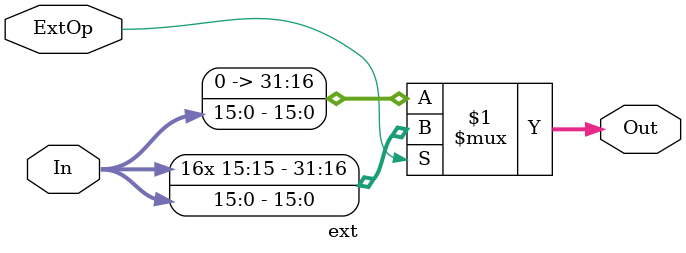
<source format=v>
`timescale 1ns / 1ps
module ext(
    input ExtOp,
    input [15:0] In,
    output [31:0] Out
    );
	//extop = 0-> zero_ext    1->sign_ext
	assign Out = ExtOp?{{16{In[15]}},In}:{{16{1'b0}},In};
	

endmodule

</source>
